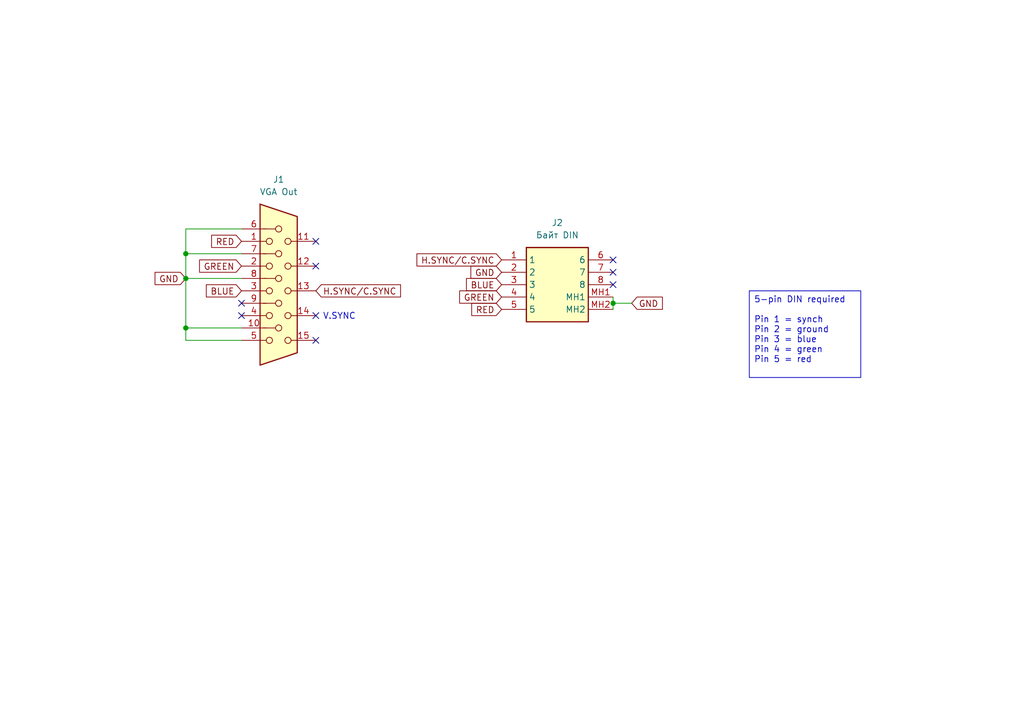
<source format=kicad_sch>
(kicad_sch (version 20250114) (generator "eeschema") (generator_version "9.0")
  (paper "A5")
  (title_block (title "Belarus Байт DIN to VGA") (date "20/NOV/2025") (rev "A") (company "Brett Hallen") (comment 1 "www.youtube.com/@Brfff"))
  (lib_symbols
    (symbol "Clueless_Engineer:671-0801"
      (property "Reference" "J" (at 19.05 7.62 0))
      (property "Value" "671-0801" (at 19.05 5.08 0))
      (symbol "671-0801_1_1"
        (rectangle (start 5.08 2.54) (end 17.78 -12.7) (stroke (width 0.254)) (fill (type background)))
        (pin passive line (at 0 0 0) (length 5.08) (name "1") (number "1"))
        (pin passive line (at 0 -2.54 0) (length 5.08) (name "2") (number "2"))
        (pin passive line (at 0 -5.08 0) (length 5.08) (name "3") (number "3"))
        (pin passive line (at 0 -7.62 0) (length 5.08) (name "4") (number "4"))
        (pin passive line (at 0 -10.16 0) (length 5.08) (name "5") (number "5"))
        (pin passive line (at 22.86 0 180) (length 5.08) (name "6") (number "6"))
        (pin passive line (at 22.86 -2.54 180) (length 5.08) (name "7") (number "7"))
        (pin passive line (at 22.86 -5.08 180) (length 5.08) (name "8") (number "8"))
        (pin passive line (at 22.86 -7.62 180) (length 5.08) (name "MH1") (number "MH1"))
        (pin passive line (at 22.86 -10.16 180) (length 5.08) (name "MH2") (number "MH2"))
      )
    )
    (symbol "Connector:DE15_Socket_HighDensity" (pin_names (offset 1.016) (hide yes))
      (property "Reference" "J" (at 0 21.59 0))
      (property "Value" "DE15_Socket_HighDensity" (at 0 19.05 0))
      (symbol "DE15_Socket_HighDensity_0_1"
        (polyline (pts (xy -3.81 17.78) (xy -3.81 -15.24) (xy 3.81 -12.7) (xy 3.81 15.24) (xy -3.81 17.78)) (stroke (width 0.254)) (fill (type background)))
        (polyline (pts (xy -3.175 7.62) (xy -0.635 7.62)))
        (circle (center -1.905 10.16) (radius 0.635))
        (circle (center -1.905 5.08) (radius 0.635))
        (circle (center -1.905 0) (radius 0.635))
        (circle (center -1.905 -5.08) (radius 0.635))
        (circle (center -1.905 -10.16) (radius 0.635))
        (polyline (pts (xy -0.635 12.7) (xy -3.175 12.7)))
        (polyline (pts (xy -0.635 2.54) (xy -3.175 2.54)))
        (polyline (pts (xy -0.635 -2.54) (xy -3.175 -2.54)))
        (polyline (pts (xy -0.635 -7.62) (xy -3.175 -7.62)))
        (circle (center 0 12.7) (radius 0.635))
        (circle (center 0 7.62) (radius 0.635))
        (circle (center 0 2.54) (radius 0.635))
        (circle (center 0 -2.54) (radius 0.635))
        (circle (center 0 -7.62) (radius 0.635))
        (circle (center 1.905 10.16) (radius 0.635))
        (circle (center 1.905 5.08) (radius 0.635))
        (circle (center 1.905 0) (radius 0.635))
        (circle (center 1.905 -5.08) (radius 0.635))
        (circle (center 1.905 -10.16) (radius 0.635))
      )
      (symbol "DE15_Socket_HighDensity_1_1"
        (pin passive line (at -7.62 12.7 0) (length 5.08) (name "~") (number "6"))
        (pin passive line (at -7.62 10.16 0) (length 5.08) (name "~") (number "1"))
        (pin passive line (at -7.62 7.62 0) (length 5.08) (name "~") (number "7"))
        (pin passive line (at -7.62 5.08 0) (length 5.08) (name "~") (number "2"))
        (pin passive line (at -7.62 2.54 0) (length 5.08) (name "~") (number "8"))
        (pin passive line (at -7.62 0 0) (length 5.08) (name "~") (number "3"))
        (pin passive line (at -7.62 -2.54 0) (length 5.08) (name "~") (number "9"))
        (pin passive line (at -7.62 -5.08 0) (length 5.08) (name "~") (number "4"))
        (pin passive line (at -7.62 -7.62 0) (length 5.08) (name "~") (number "10"))
        (pin passive line (at -7.62 -10.16 0) (length 5.08) (name "~") (number "5"))
        (pin passive line (at 7.62 10.16 180) (length 5.08) (name "~") (number "11"))
        (pin passive line (at 7.62 5.08 180) (length 5.08) (name "~") (number "12"))
        (pin passive line (at 7.62 0 180) (length 5.08) (name "~") (number "13"))
        (pin passive line (at 7.62 -5.08 180) (length 5.08) (name "~") (number "14"))
        (pin passive line (at 7.62 -10.16 180) (length 5.08) (name "~") (number "15"))
      )
    )
  )
  (text "V.SYNC" (at 69.596 65.024 0) (effects (font (size 1.27 1.27))))
  (text_box "5-pin DIN required\n\nPin 1 = synch\nPin 2 = ground\nPin 3 = blue\nPin 4 = green\nPin 5 = red" (at 153.67 59.69 0) (size 22.86 17.78) (margins 0.9525 0.9525 0.9525 0.9525) (effects (font (size 1.27 1.27)) (justify left top)))
  (junction (at 38.1 57.15))
  (junction (at 38.1 52.07))
  (junction (at 38.1 67.31))
  (junction (at 125.73 62.23))
  (no_connect (at 64.77 69.85))
  (no_connect (at 64.77 54.61))
  (no_connect (at 49.53 64.77))
  (no_connect (at 125.73 58.42))
  (no_connect (at 125.73 53.34))
  (no_connect (at 125.73 55.88))
  (no_connect (at 64.77 49.53))
  (no_connect (at 49.53 62.23))
  (no_connect (at 64.77 64.77))
  (wire (pts (xy 38.1 67.31) (xy 49.53 67.31)))
  (wire (pts (xy 38.1 57.15) (xy 38.1 67.31)))
  (wire (pts (xy 38.1 46.99) (xy 49.53 46.99)))
  (wire (pts (xy 38.1 69.85) (xy 49.53 69.85)))
  (wire (pts (xy 38.1 57.15) (xy 49.53 57.15)))
  (wire (pts (xy 125.73 62.23) (xy 125.73 63.5)))
  (wire (pts (xy 125.73 60.96) (xy 125.73 62.23)))
  (wire (pts (xy 125.73 62.23) (xy 129.54 62.23)))
  (wire (pts (xy 38.1 57.15) (xy 38.1 52.07)))
  (wire (pts (xy 38.1 69.85) (xy 38.1 67.31)))
  (wire (pts (xy 38.1 52.07) (xy 38.1 46.99)))
  (wire (pts (xy 38.1 52.07) (xy 49.53 52.07)))
  (global_label "RED" (shape input) (at 102.87 63.5 180) (property "Intersheetrefs" "${INTERSHEET_REFS}" (effects (hide yes))))
  (global_label "H.SYNC{slash}C.SYNC" (shape input) (at 102.87 53.34 180) (property "Intersheetrefs" "${INTERSHEET_REFS}" (effects (hide yes))))
  (global_label "BLUE" (shape input) (at 49.53 59.69 180) (property "Intersheetrefs" "${INTERSHEET_REFS}" (effects (hide yes))))
  (global_label "GND" (shape input) (at 38.1 57.15 180) (property "Intersheetrefs" "${INTERSHEET_REFS}" (effects (hide yes))))
  (global_label "GREEN" (shape input) (at 102.87 60.96 180) (property "Intersheetrefs" "${INTERSHEET_REFS}" (effects (hide yes))))
  (global_label "GREEN" (shape input) (at 49.53 54.61 180) (property "Intersheetrefs" "${INTERSHEET_REFS}" (effects (hide yes))))
  (global_label "RED" (shape input) (at 49.53 49.53 180) (property "Intersheetrefs" "${INTERSHEET_REFS}" (effects (hide yes))))
  (global_label "BLUE" (shape input) (at 102.87 58.42 180) (property "Intersheetrefs" "${INTERSHEET_REFS}" (effects (hide yes))))
  (global_label "GND" (shape input) (at 102.87 55.88 180) (property "Intersheetrefs" "${INTERSHEET_REFS}" (effects (hide yes))))
  (global_label "GND" (shape input) (at 129.54 62.23 0) (property "Intersheetrefs" "${INTERSHEET_REFS}" (effects (hide yes))))
  (global_label "H.SYNC{slash}C.SYNC" (shape input) (at 64.77 59.69 0) (property "Intersheetrefs" "${INTERSHEET_REFS}" (effects (hide yes))))
  (symbol (lib_id "Clueless_Engineer:671-0801") (at 102.87 53.34 0) (unit 1)
    (property "Reference" "J2" (at 114.3 45.72 0))
    (property "Value" "Байт DIN" (at 114.3 48.26 0))
    (property "Footprint" "Clueless_Engineer:6710801" (effects (hide yes)))
    (property "Datasheet" "https://www.mouser.co.uk/datasheet/2/458/deltron-671-0401-4-way-din-socket-data-1859903.pdf" (effects (hide yes)))
    (property "Description" "Deltron 8 Pole Right Angle Din Socket Socket, 2A, 100 V ac, Lockable" (effects (hide yes)))
    (property "Height" "19.5" (effects (hide yes)))
    (property "Manufacturer_Name" "DELTRON COMPONENTS" (effects (hide yes)))
    (property "Manufacturer_Part_Number" "671-0801" (effects (hide yes)))
  )
  (symbol (lib_id "Connector:DE15_Socket_HighDensity") (at 57.15 59.69 0) (unit 1)
    (property "Reference" "J1" (at 57.15 36.83 0))
    (property "Value" "VGA Out" (at 57.15 39.37 0))
    (property "Footprint" "Connector_Dsub:DSUB-15-HD_Socket_Horizontal_P2.29x2.54mm_EdgePinOffset8.35mm_Housed_MountingHolesOffset10.89mm" (effects (hide yes)))
    (property "Description" "15-pin D-SUB connector, socket (female), High density (3 columns), Triple Row, Generic, VGA-connector" (effects (hide yes)))
  )
)
</source>
